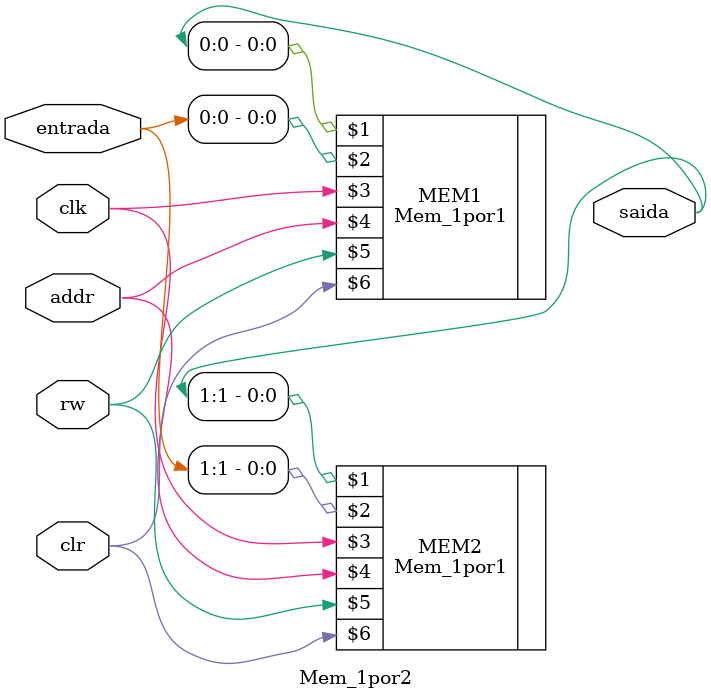
<source format=v>

   
	`include "1x1.v"

// ------------------------------- 

		 module Mem_1por2 (output [1:0]saida, input [1:0]entrada, input clk, input addr, input rw, input clr);
		
         Mem_1por1 MEM1 (saida[0], entrada[0], clk, addr, rw, clr);
		   Mem_1por1 MEM2 (saida[1], entrada[1], clk, addr, rw, clr);
		  
       endmodule // Mem_1por2
	 
	
</source>
